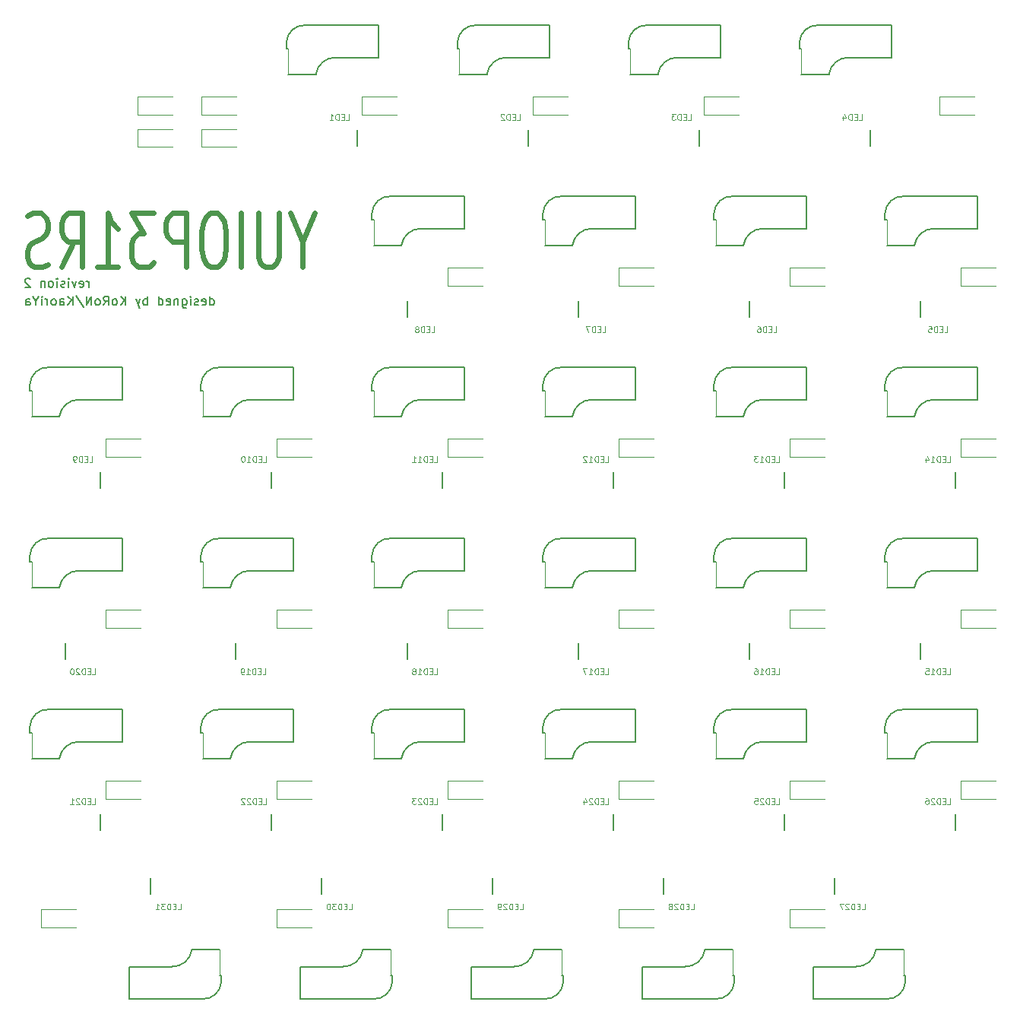
<source format=gbr>
%TF.GenerationSoftware,KiCad,Pcbnew,(5.1.9)-1*%
%TF.CreationDate,2021-05-29T17:03:01+09:00*%
%TF.ProjectId,yuiop31rs-r2,7975696f-7033-4317-9273-2d72322e6b69,1*%
%TF.SameCoordinates,Original*%
%TF.FileFunction,Legend,Bot*%
%TF.FilePolarity,Positive*%
%FSLAX46Y46*%
G04 Gerber Fmt 4.6, Leading zero omitted, Abs format (unit mm)*
G04 Created by KiCad (PCBNEW (5.1.9)-1) date 2021-05-29 17:03:01*
%MOMM*%
%LPD*%
G01*
G04 APERTURE LIST*
%ADD10C,0.150000*%
%ADD11C,0.600000*%
%ADD12C,0.120000*%
%ADD13C,0.100000*%
G04 APERTURE END LIST*
D10*
X103023809Y-74952380D02*
X103023809Y-74285714D01*
X103023809Y-74476190D02*
X102976190Y-74380952D01*
X102928571Y-74333333D01*
X102833333Y-74285714D01*
X102738095Y-74285714D01*
X102023809Y-74904761D02*
X102119047Y-74952380D01*
X102309523Y-74952380D01*
X102404761Y-74904761D01*
X102452380Y-74809523D01*
X102452380Y-74428571D01*
X102404761Y-74333333D01*
X102309523Y-74285714D01*
X102119047Y-74285714D01*
X102023809Y-74333333D01*
X101976190Y-74428571D01*
X101976190Y-74523809D01*
X102452380Y-74619047D01*
X101642857Y-74285714D02*
X101404761Y-74952380D01*
X101166666Y-74285714D01*
X100785714Y-74952380D02*
X100785714Y-74285714D01*
X100785714Y-73952380D02*
X100833333Y-74000000D01*
X100785714Y-74047619D01*
X100738095Y-74000000D01*
X100785714Y-73952380D01*
X100785714Y-74047619D01*
X100357142Y-74904761D02*
X100261904Y-74952380D01*
X100071428Y-74952380D01*
X99976190Y-74904761D01*
X99928571Y-74809523D01*
X99928571Y-74761904D01*
X99976190Y-74666666D01*
X100071428Y-74619047D01*
X100214285Y-74619047D01*
X100309523Y-74571428D01*
X100357142Y-74476190D01*
X100357142Y-74428571D01*
X100309523Y-74333333D01*
X100214285Y-74285714D01*
X100071428Y-74285714D01*
X99976190Y-74333333D01*
X99500000Y-74952380D02*
X99500000Y-74285714D01*
X99500000Y-73952380D02*
X99547619Y-74000000D01*
X99500000Y-74047619D01*
X99452380Y-74000000D01*
X99500000Y-73952380D01*
X99500000Y-74047619D01*
X98880952Y-74952380D02*
X98976190Y-74904761D01*
X99023809Y-74857142D01*
X99071428Y-74761904D01*
X99071428Y-74476190D01*
X99023809Y-74380952D01*
X98976190Y-74333333D01*
X98880952Y-74285714D01*
X98738095Y-74285714D01*
X98642857Y-74333333D01*
X98595238Y-74380952D01*
X98547619Y-74476190D01*
X98547619Y-74761904D01*
X98595238Y-74857142D01*
X98642857Y-74904761D01*
X98738095Y-74952380D01*
X98880952Y-74952380D01*
X98119047Y-74285714D02*
X98119047Y-74952380D01*
X98119047Y-74380952D02*
X98071428Y-74333333D01*
X97976190Y-74285714D01*
X97833333Y-74285714D01*
X97738095Y-74333333D01*
X97690476Y-74428571D01*
X97690476Y-74952380D01*
X96500000Y-74047619D02*
X96452380Y-74000000D01*
X96357142Y-73952380D01*
X96119047Y-73952380D01*
X96023809Y-74000000D01*
X95976190Y-74047619D01*
X95928571Y-74142857D01*
X95928571Y-74238095D01*
X95976190Y-74380952D01*
X96547619Y-74952380D01*
X95928571Y-74952380D01*
X116523809Y-76952380D02*
X116523809Y-75952380D01*
X116523809Y-76904761D02*
X116619047Y-76952380D01*
X116809523Y-76952380D01*
X116904761Y-76904761D01*
X116952380Y-76857142D01*
X117000000Y-76761904D01*
X117000000Y-76476190D01*
X116952380Y-76380952D01*
X116904761Y-76333333D01*
X116809523Y-76285714D01*
X116619047Y-76285714D01*
X116523809Y-76333333D01*
X115666666Y-76904761D02*
X115761904Y-76952380D01*
X115952380Y-76952380D01*
X116047619Y-76904761D01*
X116095238Y-76809523D01*
X116095238Y-76428571D01*
X116047619Y-76333333D01*
X115952380Y-76285714D01*
X115761904Y-76285714D01*
X115666666Y-76333333D01*
X115619047Y-76428571D01*
X115619047Y-76523809D01*
X116095238Y-76619047D01*
X115238095Y-76904761D02*
X115142857Y-76952380D01*
X114952380Y-76952380D01*
X114857142Y-76904761D01*
X114809523Y-76809523D01*
X114809523Y-76761904D01*
X114857142Y-76666666D01*
X114952380Y-76619047D01*
X115095238Y-76619047D01*
X115190476Y-76571428D01*
X115238095Y-76476190D01*
X115238095Y-76428571D01*
X115190476Y-76333333D01*
X115095238Y-76285714D01*
X114952380Y-76285714D01*
X114857142Y-76333333D01*
X114380952Y-76952380D02*
X114380952Y-76285714D01*
X114380952Y-75952380D02*
X114428571Y-76000000D01*
X114380952Y-76047619D01*
X114333333Y-76000000D01*
X114380952Y-75952380D01*
X114380952Y-76047619D01*
X113476190Y-76285714D02*
X113476190Y-77095238D01*
X113523809Y-77190476D01*
X113571428Y-77238095D01*
X113666666Y-77285714D01*
X113809523Y-77285714D01*
X113904761Y-77238095D01*
X113476190Y-76904761D02*
X113571428Y-76952380D01*
X113761904Y-76952380D01*
X113857142Y-76904761D01*
X113904761Y-76857142D01*
X113952380Y-76761904D01*
X113952380Y-76476190D01*
X113904761Y-76380952D01*
X113857142Y-76333333D01*
X113761904Y-76285714D01*
X113571428Y-76285714D01*
X113476190Y-76333333D01*
X113000000Y-76285714D02*
X113000000Y-76952380D01*
X113000000Y-76380952D02*
X112952380Y-76333333D01*
X112857142Y-76285714D01*
X112714285Y-76285714D01*
X112619047Y-76333333D01*
X112571428Y-76428571D01*
X112571428Y-76952380D01*
X111714285Y-76904761D02*
X111809523Y-76952380D01*
X112000000Y-76952380D01*
X112095238Y-76904761D01*
X112142857Y-76809523D01*
X112142857Y-76428571D01*
X112095238Y-76333333D01*
X112000000Y-76285714D01*
X111809523Y-76285714D01*
X111714285Y-76333333D01*
X111666666Y-76428571D01*
X111666666Y-76523809D01*
X112142857Y-76619047D01*
X110809523Y-76952380D02*
X110809523Y-75952380D01*
X110809523Y-76904761D02*
X110904761Y-76952380D01*
X111095238Y-76952380D01*
X111190476Y-76904761D01*
X111238095Y-76857142D01*
X111285714Y-76761904D01*
X111285714Y-76476190D01*
X111238095Y-76380952D01*
X111190476Y-76333333D01*
X111095238Y-76285714D01*
X110904761Y-76285714D01*
X110809523Y-76333333D01*
X109571428Y-76952380D02*
X109571428Y-75952380D01*
X109571428Y-76333333D02*
X109476190Y-76285714D01*
X109285714Y-76285714D01*
X109190476Y-76333333D01*
X109142857Y-76380952D01*
X109095238Y-76476190D01*
X109095238Y-76761904D01*
X109142857Y-76857142D01*
X109190476Y-76904761D01*
X109285714Y-76952380D01*
X109476190Y-76952380D01*
X109571428Y-76904761D01*
X108761904Y-76285714D02*
X108523809Y-76952380D01*
X108285714Y-76285714D02*
X108523809Y-76952380D01*
X108619047Y-77190476D01*
X108666666Y-77238095D01*
X108761904Y-77285714D01*
X107142857Y-76952380D02*
X107142857Y-75952380D01*
X106571428Y-76952380D02*
X107000000Y-76380952D01*
X106571428Y-75952380D02*
X107142857Y-76523809D01*
X106000000Y-76952380D02*
X106095238Y-76904761D01*
X106142857Y-76857142D01*
X106190476Y-76761904D01*
X106190476Y-76476190D01*
X106142857Y-76380952D01*
X106095238Y-76333333D01*
X106000000Y-76285714D01*
X105857142Y-76285714D01*
X105761904Y-76333333D01*
X105714285Y-76380952D01*
X105666666Y-76476190D01*
X105666666Y-76761904D01*
X105714285Y-76857142D01*
X105761904Y-76904761D01*
X105857142Y-76952380D01*
X106000000Y-76952380D01*
X104666666Y-76952380D02*
X105000000Y-76476190D01*
X105238095Y-76952380D02*
X105238095Y-75952380D01*
X104857142Y-75952380D01*
X104761904Y-76000000D01*
X104714285Y-76047619D01*
X104666666Y-76142857D01*
X104666666Y-76285714D01*
X104714285Y-76380952D01*
X104761904Y-76428571D01*
X104857142Y-76476190D01*
X105238095Y-76476190D01*
X104095238Y-76952380D02*
X104190476Y-76904761D01*
X104238095Y-76857142D01*
X104285714Y-76761904D01*
X104285714Y-76476190D01*
X104238095Y-76380952D01*
X104190476Y-76333333D01*
X104095238Y-76285714D01*
X103952380Y-76285714D01*
X103857142Y-76333333D01*
X103809523Y-76380952D01*
X103761904Y-76476190D01*
X103761904Y-76761904D01*
X103809523Y-76857142D01*
X103857142Y-76904761D01*
X103952380Y-76952380D01*
X104095238Y-76952380D01*
X103333333Y-76952380D02*
X103333333Y-75952380D01*
X102761904Y-76952380D01*
X102761904Y-75952380D01*
X101571428Y-75904761D02*
X102428571Y-77190476D01*
X101238095Y-76952380D02*
X101238095Y-75952380D01*
X100666666Y-76952380D02*
X101095238Y-76380952D01*
X100666666Y-75952380D02*
X101238095Y-76523809D01*
X99809523Y-76952380D02*
X99809523Y-76428571D01*
X99857142Y-76333333D01*
X99952380Y-76285714D01*
X100142857Y-76285714D01*
X100238095Y-76333333D01*
X99809523Y-76904761D02*
X99904761Y-76952380D01*
X100142857Y-76952380D01*
X100238095Y-76904761D01*
X100285714Y-76809523D01*
X100285714Y-76714285D01*
X100238095Y-76619047D01*
X100142857Y-76571428D01*
X99904761Y-76571428D01*
X99809523Y-76523809D01*
X99190476Y-76952380D02*
X99285714Y-76904761D01*
X99333333Y-76857142D01*
X99380952Y-76761904D01*
X99380952Y-76476190D01*
X99333333Y-76380952D01*
X99285714Y-76333333D01*
X99190476Y-76285714D01*
X99047619Y-76285714D01*
X98952380Y-76333333D01*
X98904761Y-76380952D01*
X98857142Y-76476190D01*
X98857142Y-76761904D01*
X98904761Y-76857142D01*
X98952380Y-76904761D01*
X99047619Y-76952380D01*
X99190476Y-76952380D01*
X98428571Y-76952380D02*
X98428571Y-76285714D01*
X98428571Y-76476190D02*
X98380952Y-76380952D01*
X98333333Y-76333333D01*
X98238095Y-76285714D01*
X98142857Y-76285714D01*
X97809523Y-76952380D02*
X97809523Y-76285714D01*
X97809523Y-75952380D02*
X97857142Y-76000000D01*
X97809523Y-76047619D01*
X97761904Y-76000000D01*
X97809523Y-75952380D01*
X97809523Y-76047619D01*
X97142857Y-76476190D02*
X97142857Y-76952380D01*
X97476190Y-75952380D02*
X97142857Y-76476190D01*
X96809523Y-75952380D01*
X96047619Y-76952380D02*
X96047619Y-76428571D01*
X96095238Y-76333333D01*
X96190476Y-76285714D01*
X96380952Y-76285714D01*
X96476190Y-76333333D01*
X96047619Y-76904761D02*
X96142857Y-76952380D01*
X96380952Y-76952380D01*
X96476190Y-76904761D01*
X96523809Y-76809523D01*
X96523809Y-76714285D01*
X96476190Y-76619047D01*
X96380952Y-76571428D01*
X96142857Y-76571428D01*
X96047619Y-76523809D01*
D11*
X126857142Y-69857142D02*
X126857142Y-72714285D01*
X128190476Y-66714285D02*
X126857142Y-69857142D01*
X125523809Y-66714285D01*
X124190476Y-66714285D02*
X124190476Y-71571428D01*
X124000000Y-72142857D01*
X123809523Y-72428571D01*
X123428571Y-72714285D01*
X122666666Y-72714285D01*
X122285714Y-72428571D01*
X122095238Y-72142857D01*
X121904761Y-71571428D01*
X121904761Y-66714285D01*
X120000000Y-72714285D02*
X120000000Y-66714285D01*
X117333333Y-66714285D02*
X116571428Y-66714285D01*
X116190476Y-67000000D01*
X115809523Y-67571428D01*
X115619047Y-68714285D01*
X115619047Y-70714285D01*
X115809523Y-71857142D01*
X116190476Y-72428571D01*
X116571428Y-72714285D01*
X117333333Y-72714285D01*
X117714285Y-72428571D01*
X118095238Y-71857142D01*
X118285714Y-70714285D01*
X118285714Y-68714285D01*
X118095238Y-67571428D01*
X117714285Y-67000000D01*
X117333333Y-66714285D01*
X113904761Y-72714285D02*
X113904761Y-66714285D01*
X112380952Y-66714285D01*
X112000000Y-67000000D01*
X111809523Y-67285714D01*
X111619047Y-67857142D01*
X111619047Y-68714285D01*
X111809523Y-69285714D01*
X112000000Y-69571428D01*
X112380952Y-69857142D01*
X113904761Y-69857142D01*
X110285714Y-66714285D02*
X107809523Y-66714285D01*
X109142857Y-69000000D01*
X108571428Y-69000000D01*
X108190476Y-69285714D01*
X108000000Y-69571428D01*
X107809523Y-70142857D01*
X107809523Y-71571428D01*
X108000000Y-72142857D01*
X108190476Y-72428571D01*
X108571428Y-72714285D01*
X109714285Y-72714285D01*
X110095238Y-72428571D01*
X110285714Y-72142857D01*
X104000000Y-72714285D02*
X106285714Y-72714285D01*
X105142857Y-72714285D02*
X105142857Y-66714285D01*
X105523809Y-67571428D01*
X105904761Y-68142857D01*
X106285714Y-68428571D01*
X100000000Y-72714285D02*
X101333333Y-69857142D01*
X102285714Y-72714285D02*
X102285714Y-66714285D01*
X100761904Y-66714285D01*
X100380952Y-67000000D01*
X100190476Y-67285714D01*
X100000000Y-67857142D01*
X100000000Y-68714285D01*
X100190476Y-69285714D01*
X100380952Y-69571428D01*
X100761904Y-69857142D01*
X102285714Y-69857142D01*
X98476190Y-72428571D02*
X97904761Y-72714285D01*
X96952380Y-72714285D01*
X96571428Y-72428571D01*
X96380952Y-72142857D01*
X96190476Y-71571428D01*
X96190476Y-71000000D01*
X96380952Y-70428571D01*
X96571428Y-70142857D01*
X96952380Y-69857142D01*
X97714285Y-69571428D01*
X98095238Y-69285714D01*
X98285714Y-69000000D01*
X98476190Y-68428571D01*
X98476190Y-67857142D01*
X98285714Y-67285714D01*
X98095238Y-67000000D01*
X97714285Y-66714285D01*
X96761904Y-66714285D01*
X96190476Y-67000000D01*
D10*
%TO.C,LED9*%
X104325000Y-97328100D02*
X104325000Y-95528100D01*
%TO.C,LED31*%
X109950000Y-140772000D02*
X109950000Y-142572000D01*
%TO.C,LED30*%
X129000000Y-140772000D02*
X129000000Y-142572000D01*
%TO.C,LED29*%
X148050000Y-140772000D02*
X148050000Y-142572000D01*
%TO.C,LED28*%
X167100000Y-140772000D02*
X167100000Y-142572000D01*
%TO.C,LED27*%
X186150000Y-140772000D02*
X186150000Y-142572000D01*
%TO.C,LED26*%
X199575000Y-135428000D02*
X199575000Y-133628000D01*
%TO.C,LED25*%
X180525000Y-135428000D02*
X180525000Y-133628000D01*
%TO.C,LED24*%
X161475000Y-135428000D02*
X161475000Y-133628000D01*
%TO.C,LED23*%
X142425000Y-135428000D02*
X142425000Y-133628000D01*
%TO.C,LED22*%
X123375000Y-135428000D02*
X123375000Y-133628000D01*
%TO.C,LED21*%
X104325000Y-135428000D02*
X104325000Y-133628000D01*
%TO.C,LED20*%
X100425000Y-114578000D02*
X100425000Y-116378000D01*
%TO.C,LED19*%
X119419000Y-114578000D02*
X119419000Y-116378000D01*
%TO.C,LED18*%
X138525000Y-114578000D02*
X138525000Y-116378000D01*
%TO.C,LED17*%
X157575000Y-114578000D02*
X157575000Y-116378000D01*
%TO.C,LED16*%
X176625000Y-114578000D02*
X176625000Y-116378000D01*
%TO.C,LED15*%
X195675000Y-114578000D02*
X195675000Y-116378000D01*
%TO.C,LED14*%
X199575000Y-97328100D02*
X199575000Y-95528100D01*
%TO.C,LED13*%
X180525000Y-97328100D02*
X180525000Y-95528100D01*
%TO.C,LED12*%
X161475000Y-97328100D02*
X161475000Y-95528100D01*
%TO.C,LED11*%
X142425000Y-97328100D02*
X142425000Y-95528100D01*
%TO.C,LED10*%
X123375000Y-97328100D02*
X123375000Y-95528100D01*
%TO.C,LED8*%
X138525000Y-76478000D02*
X138525000Y-78278000D01*
%TO.C,LED7*%
X157575000Y-76478000D02*
X157575000Y-78278000D01*
%TO.C,LED6*%
X176625000Y-76478000D02*
X176625000Y-78278000D01*
%TO.C,LED5*%
X195675000Y-76478000D02*
X195675000Y-78278000D01*
%TO.C,LED4*%
X190050000Y-59227900D02*
X190050000Y-57427900D01*
%TO.C,LED3*%
X171000000Y-59227900D02*
X171000000Y-57427900D01*
%TO.C,LED2*%
X151950000Y-59227900D02*
X151950000Y-57427900D01*
%TO.C,LED1*%
X132900000Y-59227900D02*
X132900000Y-57427900D01*
D12*
%TO.C,SW31*%
X193800000Y-151575000D02*
X193800000Y-148725000D01*
D10*
X188500000Y-150625000D02*
X183700000Y-150625000D01*
X193800000Y-148725000D02*
X190720000Y-148725000D01*
X183700000Y-154225000D02*
X191900001Y-154225000D01*
X194000000Y-152325000D02*
X194000000Y-151575000D01*
X183700000Y-150625000D02*
X183700000Y-154225000D01*
X194000000Y-151575000D02*
X193800000Y-151575000D01*
X190716318Y-148746471D02*
G75*
G02*
X188500000Y-150625000I-2151318J291471D01*
G01*
X194000000Y-152324999D02*
G75*
G02*
X191900001Y-154225000I-2000000J99999D01*
G01*
D12*
%TO.C,SW30*%
X174750000Y-151575000D02*
X174750000Y-148725000D01*
D10*
X169450000Y-150625000D02*
X164650000Y-150625000D01*
X174750000Y-148725000D02*
X171670000Y-148725000D01*
X164650000Y-154225000D02*
X172850001Y-154225000D01*
X174950000Y-152325000D02*
X174950000Y-151575000D01*
X164650000Y-150625000D02*
X164650000Y-154225000D01*
X174950000Y-151575000D02*
X174750000Y-151575000D01*
X171666318Y-148746471D02*
G75*
G02*
X169450000Y-150625000I-2151318J291471D01*
G01*
X174950000Y-152324999D02*
G75*
G02*
X172850001Y-154225000I-2000000J99999D01*
G01*
D12*
%TO.C,SW29*%
X155700000Y-151575000D02*
X155700000Y-148725000D01*
D10*
X150400000Y-150625000D02*
X145600000Y-150625000D01*
X155700000Y-148725000D02*
X152620000Y-148725000D01*
X145600000Y-154225000D02*
X153800001Y-154225000D01*
X155900000Y-152325000D02*
X155900000Y-151575000D01*
X145600000Y-150625000D02*
X145600000Y-154225000D01*
X155900000Y-151575000D02*
X155700000Y-151575000D01*
X152616318Y-148746471D02*
G75*
G02*
X150400000Y-150625000I-2151318J291471D01*
G01*
X155900000Y-152324999D02*
G75*
G02*
X153800001Y-154225000I-2000000J99999D01*
G01*
D12*
%TO.C,SW28*%
X136650000Y-151575000D02*
X136650000Y-148725000D01*
D10*
X131350000Y-150625000D02*
X126550000Y-150625000D01*
X136650000Y-148725000D02*
X133570000Y-148725000D01*
X126550000Y-154225000D02*
X134750001Y-154225000D01*
X136850000Y-152325000D02*
X136850000Y-151575000D01*
X126550000Y-150625000D02*
X126550000Y-154225000D01*
X136850000Y-151575000D02*
X136650000Y-151575000D01*
X133566318Y-148746471D02*
G75*
G02*
X131350000Y-150625000I-2151318J291471D01*
G01*
X136850000Y-152324999D02*
G75*
G02*
X134750001Y-154225000I-2000000J99999D01*
G01*
D12*
%TO.C,SW27*%
X117600000Y-151575000D02*
X117600000Y-148725000D01*
D10*
X112300000Y-150625000D02*
X107500000Y-150625000D01*
X117600000Y-148725000D02*
X114520000Y-148725000D01*
X107500000Y-154225000D02*
X115700001Y-154225000D01*
X117800000Y-152325000D02*
X117800000Y-151575000D01*
X107500000Y-150625000D02*
X107500000Y-154225000D01*
X117800000Y-151575000D02*
X117600000Y-151575000D01*
X114516318Y-148746471D02*
G75*
G02*
X112300000Y-150625000I-2151318J291471D01*
G01*
X117800000Y-152324999D02*
G75*
G02*
X115700001Y-154225000I-2000000J99999D01*
G01*
D12*
%TO.C,SW26*%
X191925000Y-124625000D02*
X191925000Y-127475000D01*
D10*
X197225000Y-125575000D02*
X202025000Y-125575000D01*
X191925000Y-127475000D02*
X195005000Y-127475000D01*
X202025000Y-121975000D02*
X193824999Y-121975000D01*
X191725000Y-123875000D02*
X191725000Y-124625000D01*
X202025000Y-125575000D02*
X202025000Y-121975000D01*
X191725000Y-124625000D02*
X191925000Y-124625000D01*
X195008682Y-127453529D02*
G75*
G02*
X197225000Y-125575000I2151318J-291471D01*
G01*
X191725000Y-123875001D02*
G75*
G02*
X193824999Y-121975000I2000000J-99999D01*
G01*
D12*
%TO.C,SW25*%
X172875000Y-124625000D02*
X172875000Y-127475000D01*
D10*
X178175000Y-125575000D02*
X182975000Y-125575000D01*
X172875000Y-127475000D02*
X175955000Y-127475000D01*
X182975000Y-121975000D02*
X174774999Y-121975000D01*
X172675000Y-123875000D02*
X172675000Y-124625000D01*
X182975000Y-125575000D02*
X182975000Y-121975000D01*
X172675000Y-124625000D02*
X172875000Y-124625000D01*
X175958682Y-127453529D02*
G75*
G02*
X178175000Y-125575000I2151318J-291471D01*
G01*
X172675000Y-123875001D02*
G75*
G02*
X174774999Y-121975000I2000000J-99999D01*
G01*
D12*
%TO.C,SW24*%
X153825000Y-124625000D02*
X153825000Y-127475000D01*
D10*
X159125000Y-125575000D02*
X163925000Y-125575000D01*
X153825000Y-127475000D02*
X156905000Y-127475000D01*
X163925000Y-121975000D02*
X155724999Y-121975000D01*
X153625000Y-123875000D02*
X153625000Y-124625000D01*
X163925000Y-125575000D02*
X163925000Y-121975000D01*
X153625000Y-124625000D02*
X153825000Y-124625000D01*
X156908682Y-127453529D02*
G75*
G02*
X159125000Y-125575000I2151318J-291471D01*
G01*
X153625000Y-123875001D02*
G75*
G02*
X155724999Y-121975000I2000000J-99999D01*
G01*
D12*
%TO.C,SW23*%
X134775000Y-124625000D02*
X134775000Y-127475000D01*
D10*
X140075000Y-125575000D02*
X144875000Y-125575000D01*
X134775000Y-127475000D02*
X137855000Y-127475000D01*
X144875000Y-121975000D02*
X136674999Y-121975000D01*
X134575000Y-123875000D02*
X134575000Y-124625000D01*
X144875000Y-125575000D02*
X144875000Y-121975000D01*
X134575000Y-124625000D02*
X134775000Y-124625000D01*
X137858682Y-127453529D02*
G75*
G02*
X140075000Y-125575000I2151318J-291471D01*
G01*
X134575000Y-123875001D02*
G75*
G02*
X136674999Y-121975000I2000000J-99999D01*
G01*
D12*
%TO.C,SW22*%
X115725000Y-124625000D02*
X115725000Y-127475000D01*
D10*
X121025000Y-125575000D02*
X125825000Y-125575000D01*
X115725000Y-127475000D02*
X118805000Y-127475000D01*
X125825000Y-121975000D02*
X117624999Y-121975000D01*
X115525000Y-123875000D02*
X115525000Y-124625000D01*
X125825000Y-125575000D02*
X125825000Y-121975000D01*
X115525000Y-124625000D02*
X115725000Y-124625000D01*
X118808682Y-127453529D02*
G75*
G02*
X121025000Y-125575000I2151318J-291471D01*
G01*
X115525000Y-123875001D02*
G75*
G02*
X117624999Y-121975000I2000000J-99999D01*
G01*
D12*
%TO.C,SW21*%
X96675000Y-124625000D02*
X96675000Y-127475000D01*
D10*
X101975000Y-125575000D02*
X106775000Y-125575000D01*
X96675000Y-127475000D02*
X99755000Y-127475000D01*
X106775000Y-121975000D02*
X98574999Y-121975000D01*
X96475000Y-123875000D02*
X96475000Y-124625000D01*
X106775000Y-125575000D02*
X106775000Y-121975000D01*
X96475000Y-124625000D02*
X96675000Y-124625000D01*
X99758682Y-127453529D02*
G75*
G02*
X101975000Y-125575000I2151318J-291471D01*
G01*
X96475000Y-123875001D02*
G75*
G02*
X98574999Y-121975000I2000000J-99999D01*
G01*
D12*
%TO.C,SW20*%
X191925000Y-105575000D02*
X191925000Y-108425000D01*
D10*
X197225000Y-106525000D02*
X202025000Y-106525000D01*
X191925000Y-108425000D02*
X195005000Y-108425000D01*
X202025000Y-102925000D02*
X193824999Y-102925000D01*
X191725000Y-104825000D02*
X191725000Y-105575000D01*
X202025000Y-106525000D02*
X202025000Y-102925000D01*
X191725000Y-105575000D02*
X191925000Y-105575000D01*
X195008682Y-108403529D02*
G75*
G02*
X197225000Y-106525000I2151318J-291471D01*
G01*
X191725000Y-104825001D02*
G75*
G02*
X193824999Y-102925000I2000000J-99999D01*
G01*
D12*
%TO.C,SW19*%
X172875000Y-105575000D02*
X172875000Y-108425000D01*
D10*
X178175000Y-106525000D02*
X182975000Y-106525000D01*
X172875000Y-108425000D02*
X175955000Y-108425000D01*
X182975000Y-102925000D02*
X174774999Y-102925000D01*
X172675000Y-104825000D02*
X172675000Y-105575000D01*
X182975000Y-106525000D02*
X182975000Y-102925000D01*
X172675000Y-105575000D02*
X172875000Y-105575000D01*
X175958682Y-108403529D02*
G75*
G02*
X178175000Y-106525000I2151318J-291471D01*
G01*
X172675000Y-104825001D02*
G75*
G02*
X174774999Y-102925000I2000000J-99999D01*
G01*
D12*
%TO.C,SW18*%
X153825000Y-105575000D02*
X153825000Y-108425000D01*
D10*
X159125000Y-106525000D02*
X163925000Y-106525000D01*
X153825000Y-108425000D02*
X156905000Y-108425000D01*
X163925000Y-102925000D02*
X155724999Y-102925000D01*
X153625000Y-104825000D02*
X153625000Y-105575000D01*
X163925000Y-106525000D02*
X163925000Y-102925000D01*
X153625000Y-105575000D02*
X153825000Y-105575000D01*
X156908682Y-108403529D02*
G75*
G02*
X159125000Y-106525000I2151318J-291471D01*
G01*
X153625000Y-104825001D02*
G75*
G02*
X155724999Y-102925000I2000000J-99999D01*
G01*
D12*
%TO.C,SW17*%
X134775000Y-105575000D02*
X134775000Y-108425000D01*
D10*
X140075000Y-106525000D02*
X144875000Y-106525000D01*
X134775000Y-108425000D02*
X137855000Y-108425000D01*
X144875000Y-102925000D02*
X136674999Y-102925000D01*
X134575000Y-104825000D02*
X134575000Y-105575000D01*
X144875000Y-106525000D02*
X144875000Y-102925000D01*
X134575000Y-105575000D02*
X134775000Y-105575000D01*
X137858682Y-108403529D02*
G75*
G02*
X140075000Y-106525000I2151318J-291471D01*
G01*
X134575000Y-104825001D02*
G75*
G02*
X136674999Y-102925000I2000000J-99999D01*
G01*
D12*
%TO.C,SW16*%
X115725000Y-105575000D02*
X115725000Y-108425000D01*
D10*
X121025000Y-106525000D02*
X125825000Y-106525000D01*
X115725000Y-108425000D02*
X118805000Y-108425000D01*
X125825000Y-102925000D02*
X117624999Y-102925000D01*
X115525000Y-104825000D02*
X115525000Y-105575000D01*
X125825000Y-106525000D02*
X125825000Y-102925000D01*
X115525000Y-105575000D02*
X115725000Y-105575000D01*
X118808682Y-108403529D02*
G75*
G02*
X121025000Y-106525000I2151318J-291471D01*
G01*
X115525000Y-104825001D02*
G75*
G02*
X117624999Y-102925000I2000000J-99999D01*
G01*
D12*
%TO.C,SW15*%
X96675000Y-105575000D02*
X96675000Y-108425000D01*
D10*
X101975000Y-106525000D02*
X106775000Y-106525000D01*
X96675000Y-108425000D02*
X99755000Y-108425000D01*
X106775000Y-102925000D02*
X98574999Y-102925000D01*
X96475000Y-104825000D02*
X96475000Y-105575000D01*
X106775000Y-106525000D02*
X106775000Y-102925000D01*
X96475000Y-105575000D02*
X96675000Y-105575000D01*
X99758682Y-108403529D02*
G75*
G02*
X101975000Y-106525000I2151318J-291471D01*
G01*
X96475000Y-104825001D02*
G75*
G02*
X98574999Y-102925000I2000000J-99999D01*
G01*
D12*
%TO.C,SW14*%
X191925000Y-86525000D02*
X191925000Y-89375000D01*
D10*
X197225000Y-87475000D02*
X202025000Y-87475000D01*
X191925000Y-89375000D02*
X195005000Y-89375000D01*
X202025000Y-83875000D02*
X193824999Y-83875000D01*
X191725000Y-85775000D02*
X191725000Y-86525000D01*
X202025000Y-87475000D02*
X202025000Y-83875000D01*
X191725000Y-86525000D02*
X191925000Y-86525000D01*
X195008682Y-89353529D02*
G75*
G02*
X197225000Y-87475000I2151318J-291471D01*
G01*
X191725000Y-85775001D02*
G75*
G02*
X193824999Y-83875000I2000000J-99999D01*
G01*
D12*
%TO.C,SW13*%
X172875000Y-86525000D02*
X172875000Y-89375000D01*
D10*
X178175000Y-87475000D02*
X182975000Y-87475000D01*
X172875000Y-89375000D02*
X175955000Y-89375000D01*
X182975000Y-83875000D02*
X174774999Y-83875000D01*
X172675000Y-85775000D02*
X172675000Y-86525000D01*
X182975000Y-87475000D02*
X182975000Y-83875000D01*
X172675000Y-86525000D02*
X172875000Y-86525000D01*
X175958682Y-89353529D02*
G75*
G02*
X178175000Y-87475000I2151318J-291471D01*
G01*
X172675000Y-85775001D02*
G75*
G02*
X174774999Y-83875000I2000000J-99999D01*
G01*
D12*
%TO.C,SW12*%
X153825000Y-86525000D02*
X153825000Y-89375000D01*
D10*
X159125000Y-87475000D02*
X163925000Y-87475000D01*
X153825000Y-89375000D02*
X156905000Y-89375000D01*
X163925000Y-83875000D02*
X155724999Y-83875000D01*
X153625000Y-85775000D02*
X153625000Y-86525000D01*
X163925000Y-87475000D02*
X163925000Y-83875000D01*
X153625000Y-86525000D02*
X153825000Y-86525000D01*
X156908682Y-89353529D02*
G75*
G02*
X159125000Y-87475000I2151318J-291471D01*
G01*
X153625000Y-85775001D02*
G75*
G02*
X155724999Y-83875000I2000000J-99999D01*
G01*
D12*
%TO.C,SW11*%
X134775000Y-86525000D02*
X134775000Y-89375000D01*
D10*
X140075000Y-87475000D02*
X144875000Y-87475000D01*
X134775000Y-89375000D02*
X137855000Y-89375000D01*
X144875000Y-83875000D02*
X136674999Y-83875000D01*
X134575000Y-85775000D02*
X134575000Y-86525000D01*
X144875000Y-87475000D02*
X144875000Y-83875000D01*
X134575000Y-86525000D02*
X134775000Y-86525000D01*
X137858682Y-89353529D02*
G75*
G02*
X140075000Y-87475000I2151318J-291471D01*
G01*
X134575000Y-85775001D02*
G75*
G02*
X136674999Y-83875000I2000000J-99999D01*
G01*
D12*
%TO.C,SW10*%
X115725000Y-86525000D02*
X115725000Y-89375000D01*
D10*
X121025000Y-87475000D02*
X125825000Y-87475000D01*
X115725000Y-89375000D02*
X118805000Y-89375000D01*
X125825000Y-83875000D02*
X117624999Y-83875000D01*
X115525000Y-85775000D02*
X115525000Y-86525000D01*
X125825000Y-87475000D02*
X125825000Y-83875000D01*
X115525000Y-86525000D02*
X115725000Y-86525000D01*
X118808682Y-89353529D02*
G75*
G02*
X121025000Y-87475000I2151318J-291471D01*
G01*
X115525000Y-85775001D02*
G75*
G02*
X117624999Y-83875000I2000000J-99999D01*
G01*
D12*
%TO.C,SW9*%
X96675000Y-86525000D02*
X96675000Y-89375000D01*
D10*
X101975000Y-87475000D02*
X106775000Y-87475000D01*
X96675000Y-89375000D02*
X99755000Y-89375000D01*
X106775000Y-83875000D02*
X98574999Y-83875000D01*
X96475000Y-85775000D02*
X96475000Y-86525000D01*
X106775000Y-87475000D02*
X106775000Y-83875000D01*
X96475000Y-86525000D02*
X96675000Y-86525000D01*
X99758682Y-89353529D02*
G75*
G02*
X101975000Y-87475000I2151318J-291471D01*
G01*
X96475000Y-85775001D02*
G75*
G02*
X98574999Y-83875000I2000000J-99999D01*
G01*
D12*
%TO.C,SW8*%
X191925000Y-67474900D02*
X191925000Y-70324900D01*
D10*
X197225000Y-68424900D02*
X202025000Y-68424900D01*
X191925000Y-70324900D02*
X195005000Y-70324900D01*
X202025000Y-64824900D02*
X193824999Y-64824900D01*
X191725000Y-66724900D02*
X191725000Y-67474900D01*
X202025000Y-68424900D02*
X202025000Y-64824900D01*
X191725000Y-67474900D02*
X191925000Y-67474900D01*
X195008682Y-70303429D02*
G75*
G02*
X197225000Y-68424900I2151318J-291471D01*
G01*
X191725000Y-66724901D02*
G75*
G02*
X193824999Y-64824900I2000000J-99999D01*
G01*
D12*
%TO.C,SW7*%
X172875000Y-67474900D02*
X172875000Y-70324900D01*
D10*
X178175000Y-68424900D02*
X182975000Y-68424900D01*
X172875000Y-70324900D02*
X175955000Y-70324900D01*
X182975000Y-64824900D02*
X174774999Y-64824900D01*
X172675000Y-66724900D02*
X172675000Y-67474900D01*
X182975000Y-68424900D02*
X182975000Y-64824900D01*
X172675000Y-67474900D02*
X172875000Y-67474900D01*
X175958682Y-70303429D02*
G75*
G02*
X178175000Y-68424900I2151318J-291471D01*
G01*
X172675000Y-66724901D02*
G75*
G02*
X174774999Y-64824900I2000000J-99999D01*
G01*
D12*
%TO.C,SW6*%
X153825000Y-67474900D02*
X153825000Y-70324900D01*
D10*
X159125000Y-68424900D02*
X163925000Y-68424900D01*
X153825000Y-70324900D02*
X156905000Y-70324900D01*
X163925000Y-64824900D02*
X155724999Y-64824900D01*
X153625000Y-66724900D02*
X153625000Y-67474900D01*
X163925000Y-68424900D02*
X163925000Y-64824900D01*
X153625000Y-67474900D02*
X153825000Y-67474900D01*
X156908682Y-70303429D02*
G75*
G02*
X159125000Y-68424900I2151318J-291471D01*
G01*
X153625000Y-66724901D02*
G75*
G02*
X155724999Y-64824900I2000000J-99999D01*
G01*
D12*
%TO.C,SW5*%
X134775000Y-67474900D02*
X134775000Y-70324900D01*
D10*
X140075000Y-68424900D02*
X144875000Y-68424900D01*
X134775000Y-70324900D02*
X137855000Y-70324900D01*
X144875000Y-64824900D02*
X136674999Y-64824900D01*
X134575000Y-66724900D02*
X134575000Y-67474900D01*
X144875000Y-68424900D02*
X144875000Y-64824900D01*
X134575000Y-67474900D02*
X134775000Y-67474900D01*
X137858682Y-70303429D02*
G75*
G02*
X140075000Y-68424900I2151318J-291471D01*
G01*
X134575000Y-66724901D02*
G75*
G02*
X136674999Y-64824900I2000000J-99999D01*
G01*
D12*
%TO.C,SW4*%
X182400000Y-48424800D02*
X182400000Y-51274800D01*
D10*
X187700000Y-49374800D02*
X192500000Y-49374800D01*
X182400000Y-51274800D02*
X185480000Y-51274800D01*
X192500000Y-45774800D02*
X184299999Y-45774800D01*
X182200000Y-47674800D02*
X182200000Y-48424800D01*
X192500000Y-49374800D02*
X192500000Y-45774800D01*
X182200000Y-48424800D02*
X182400000Y-48424800D01*
X185483682Y-51253329D02*
G75*
G02*
X187700000Y-49374800I2151318J-291471D01*
G01*
X182200000Y-47674801D02*
G75*
G02*
X184299999Y-45774800I2000000J-99999D01*
G01*
D12*
%TO.C,SW3*%
X163350000Y-48424800D02*
X163350000Y-51274800D01*
D10*
X168650000Y-49374800D02*
X173450000Y-49374800D01*
X163350000Y-51274800D02*
X166430000Y-51274800D01*
X173450000Y-45774800D02*
X165249999Y-45774800D01*
X163150000Y-47674800D02*
X163150000Y-48424800D01*
X173450000Y-49374800D02*
X173450000Y-45774800D01*
X163150000Y-48424800D02*
X163350000Y-48424800D01*
X166433682Y-51253329D02*
G75*
G02*
X168650000Y-49374800I2151318J-291471D01*
G01*
X163150000Y-47674801D02*
G75*
G02*
X165249999Y-45774800I2000000J-99999D01*
G01*
D12*
%TO.C,SW2*%
X144300000Y-48424800D02*
X144300000Y-51274800D01*
D10*
X149600000Y-49374800D02*
X154400000Y-49374800D01*
X144300000Y-51274800D02*
X147380000Y-51274800D01*
X154400000Y-45774800D02*
X146199999Y-45774800D01*
X144100000Y-47674800D02*
X144100000Y-48424800D01*
X154400000Y-49374800D02*
X154400000Y-45774800D01*
X144100000Y-48424800D02*
X144300000Y-48424800D01*
X147383682Y-51253329D02*
G75*
G02*
X149600000Y-49374800I2151318J-291471D01*
G01*
X144100000Y-47674801D02*
G75*
G02*
X146199999Y-45774800I2000000J-99999D01*
G01*
D12*
%TO.C,SW1*%
X125250000Y-48424800D02*
X125250000Y-51274800D01*
D10*
X130550000Y-49374800D02*
X135350000Y-49374800D01*
X125250000Y-51274800D02*
X128330000Y-51274800D01*
X135350000Y-45774800D02*
X127149999Y-45774800D01*
X125050000Y-47674800D02*
X125050000Y-48424800D01*
X135350000Y-49374800D02*
X135350000Y-45774800D01*
X125050000Y-48424800D02*
X125250000Y-48424800D01*
X128333682Y-51253329D02*
G75*
G02*
X130550000Y-49374800I2151318J-291471D01*
G01*
X125050000Y-47674801D02*
G75*
G02*
X127149999Y-45774800I2000000J-99999D01*
G01*
D12*
%TO.C,D35*%
X115603000Y-59327900D02*
X115603000Y-57327900D01*
X115603000Y-57327900D02*
X119503000Y-57327900D01*
X115603000Y-59327900D02*
X119503000Y-59327900D01*
%TO.C,D34*%
X115603000Y-55756100D02*
X115603000Y-53756100D01*
X115603000Y-53756100D02*
X119503000Y-53756100D01*
X115603000Y-55756100D02*
X119503000Y-55756100D01*
%TO.C,D33*%
X108459000Y-59327900D02*
X108459000Y-57327900D01*
X108459000Y-57327900D02*
X112359000Y-57327900D01*
X108459000Y-59327900D02*
X112359000Y-59327900D01*
%TO.C,D32*%
X108459000Y-55756100D02*
X108459000Y-53756100D01*
X108459000Y-53756100D02*
X112359000Y-53756100D01*
X108459000Y-55756100D02*
X112359000Y-55756100D01*
%TO.C,D31*%
X181088000Y-146244000D02*
X181088000Y-144244000D01*
X181088000Y-144244000D02*
X184988000Y-144244000D01*
X181088000Y-146244000D02*
X184988000Y-146244000D01*
%TO.C,D30*%
X162038000Y-146244000D02*
X162038000Y-144244000D01*
X162038000Y-144244000D02*
X165938000Y-144244000D01*
X162038000Y-146244000D02*
X165938000Y-146244000D01*
%TO.C,D29*%
X142987000Y-146244000D02*
X142987000Y-144244000D01*
X142987000Y-144244000D02*
X146887000Y-144244000D01*
X142987000Y-146244000D02*
X146887000Y-146244000D01*
%TO.C,D28*%
X123937000Y-146244000D02*
X123937000Y-144244000D01*
X123937000Y-144244000D02*
X127837000Y-144244000D01*
X123937000Y-146244000D02*
X127837000Y-146244000D01*
%TO.C,D27*%
X97743500Y-146244000D02*
X97743500Y-144244000D01*
X97743500Y-144244000D02*
X101643500Y-144244000D01*
X97743500Y-146244000D02*
X101643500Y-146244000D01*
%TO.C,D26*%
X200138000Y-131956000D02*
X200138000Y-129956000D01*
X200138000Y-129956000D02*
X204038000Y-129956000D01*
X200138000Y-131956000D02*
X204038000Y-131956000D01*
%TO.C,D25*%
X181088000Y-131956000D02*
X181088000Y-129956000D01*
X181088000Y-129956000D02*
X184988000Y-129956000D01*
X181088000Y-131956000D02*
X184988000Y-131956000D01*
%TO.C,D24*%
X162038000Y-131956000D02*
X162038000Y-129956000D01*
X162038000Y-129956000D02*
X165938000Y-129956000D01*
X162038000Y-131956000D02*
X165938000Y-131956000D01*
%TO.C,D23*%
X142987000Y-131956000D02*
X142987000Y-129956000D01*
X142987000Y-129956000D02*
X146887000Y-129956000D01*
X142987000Y-131956000D02*
X146887000Y-131956000D01*
%TO.C,D22*%
X123937000Y-131956000D02*
X123937000Y-129956000D01*
X123937000Y-129956000D02*
X127837000Y-129956000D01*
X123937000Y-131956000D02*
X127837000Y-131956000D01*
%TO.C,D21*%
X104887000Y-131956000D02*
X104887000Y-129956000D01*
X104887000Y-129956000D02*
X108787000Y-129956000D01*
X104887000Y-131956000D02*
X108787000Y-131956000D01*
%TO.C,D20*%
X200138000Y-112906000D02*
X200138000Y-110906000D01*
X200138000Y-110906000D02*
X204038000Y-110906000D01*
X200138000Y-112906000D02*
X204038000Y-112906000D01*
%TO.C,D19*%
X181088000Y-112906000D02*
X181088000Y-110906000D01*
X181088000Y-110906000D02*
X184988000Y-110906000D01*
X181088000Y-112906000D02*
X184988000Y-112906000D01*
%TO.C,D18*%
X162038000Y-112906000D02*
X162038000Y-110906000D01*
X162038000Y-110906000D02*
X165938000Y-110906000D01*
X162038000Y-112906000D02*
X165938000Y-112906000D01*
%TO.C,D17*%
X142987000Y-112906000D02*
X142987000Y-110906000D01*
X142987000Y-110906000D02*
X146887000Y-110906000D01*
X142987000Y-112906000D02*
X146887000Y-112906000D01*
%TO.C,D16*%
X123937000Y-112906000D02*
X123937000Y-110906000D01*
X123937000Y-110906000D02*
X127837000Y-110906000D01*
X123937000Y-112906000D02*
X127837000Y-112906000D01*
%TO.C,D15*%
X104887000Y-112906000D02*
X104887000Y-110906000D01*
X104887000Y-110906000D02*
X108787000Y-110906000D01*
X104887000Y-112906000D02*
X108787000Y-112906000D01*
%TO.C,D14*%
X200138000Y-93856200D02*
X200138000Y-91856200D01*
X200138000Y-91856200D02*
X204038000Y-91856200D01*
X200138000Y-93856200D02*
X204038000Y-93856200D01*
%TO.C,D13*%
X181088000Y-93856200D02*
X181088000Y-91856200D01*
X181088000Y-91856200D02*
X184988000Y-91856200D01*
X181088000Y-93856200D02*
X184988000Y-93856200D01*
%TO.C,D12*%
X162038000Y-93856200D02*
X162038000Y-91856200D01*
X162038000Y-91856200D02*
X165938000Y-91856200D01*
X162038000Y-93856200D02*
X165938000Y-93856200D01*
%TO.C,D11*%
X142987000Y-93856200D02*
X142987000Y-91856200D01*
X142987000Y-91856200D02*
X146887000Y-91856200D01*
X142987000Y-93856200D02*
X146887000Y-93856200D01*
%TO.C,D10*%
X123937000Y-93856200D02*
X123937000Y-91856200D01*
X123937000Y-91856200D02*
X127837000Y-91856200D01*
X123937000Y-93856200D02*
X127837000Y-93856200D01*
%TO.C,D9*%
X104887000Y-93856200D02*
X104887000Y-91856200D01*
X104887000Y-91856200D02*
X108787000Y-91856200D01*
X104887000Y-93856200D02*
X108787000Y-93856200D01*
%TO.C,D8*%
X200138000Y-74806100D02*
X200138000Y-72806100D01*
X200138000Y-72806100D02*
X204038000Y-72806100D01*
X200138000Y-74806100D02*
X204038000Y-74806100D01*
%TO.C,D7*%
X181088000Y-74806100D02*
X181088000Y-72806100D01*
X181088000Y-72806100D02*
X184988000Y-72806100D01*
X181088000Y-74806100D02*
X184988000Y-74806100D01*
%TO.C,D6*%
X162038000Y-74806100D02*
X162038000Y-72806100D01*
X162038000Y-72806100D02*
X165938000Y-72806100D01*
X162038000Y-74806100D02*
X165938000Y-74806100D01*
%TO.C,D5*%
X142987000Y-74806100D02*
X142987000Y-72806100D01*
X142987000Y-72806100D02*
X146887000Y-72806100D01*
X142987000Y-74806100D02*
X146887000Y-74806100D01*
%TO.C,D4*%
X197756000Y-55756100D02*
X197756000Y-53756100D01*
X197756000Y-53756100D02*
X201656000Y-53756100D01*
X197756000Y-55756100D02*
X201656000Y-55756100D01*
%TO.C,D3*%
X171563000Y-55756100D02*
X171563000Y-53756100D01*
X171563000Y-53756100D02*
X175463000Y-53756100D01*
X171563000Y-55756100D02*
X175463000Y-55756100D01*
%TO.C,D2*%
X152513000Y-55756100D02*
X152513000Y-53756100D01*
X152513000Y-53756100D02*
X156413000Y-53756100D01*
X152513000Y-55756100D02*
X156413000Y-55756100D01*
%TO.C,D1*%
X133462000Y-55756100D02*
X133462000Y-53756100D01*
X133462000Y-53756100D02*
X137362000Y-53756100D01*
X133462000Y-55756100D02*
X137362000Y-55756100D01*
%TO.C,LED9*%
D13*
X103113571Y-94426671D02*
X103427857Y-94426671D01*
X103427857Y-93766671D01*
X102893571Y-94080957D02*
X102673571Y-94080957D01*
X102579285Y-94426671D02*
X102893571Y-94426671D01*
X102893571Y-93766671D01*
X102579285Y-93766671D01*
X102296428Y-94426671D02*
X102296428Y-93766671D01*
X102139285Y-93766671D01*
X102045000Y-93798100D01*
X101982142Y-93860957D01*
X101950714Y-93923814D01*
X101919285Y-94049528D01*
X101919285Y-94143814D01*
X101950714Y-94269528D01*
X101982142Y-94332385D01*
X102045000Y-94395242D01*
X102139285Y-94426671D01*
X102296428Y-94426671D01*
X101605000Y-94426671D02*
X101479285Y-94426671D01*
X101416428Y-94395242D01*
X101385000Y-94363814D01*
X101322142Y-94269528D01*
X101290714Y-94143814D01*
X101290714Y-93892385D01*
X101322142Y-93829528D01*
X101353571Y-93798100D01*
X101416428Y-93766671D01*
X101542142Y-93766671D01*
X101605000Y-93798100D01*
X101636428Y-93829528D01*
X101667857Y-93892385D01*
X101667857Y-94049528D01*
X101636428Y-94112385D01*
X101605000Y-94143814D01*
X101542142Y-94175242D01*
X101416428Y-94175242D01*
X101353571Y-94143814D01*
X101322142Y-94112385D01*
X101290714Y-94049528D01*
%TO.C,LED31*%
X112952857Y-144270571D02*
X113267142Y-144270571D01*
X113267142Y-143610571D01*
X112732857Y-143924857D02*
X112512857Y-143924857D01*
X112418571Y-144270571D02*
X112732857Y-144270571D01*
X112732857Y-143610571D01*
X112418571Y-143610571D01*
X112135714Y-144270571D02*
X112135714Y-143610571D01*
X111978571Y-143610571D01*
X111884285Y-143642000D01*
X111821428Y-143704857D01*
X111790000Y-143767714D01*
X111758571Y-143893428D01*
X111758571Y-143987714D01*
X111790000Y-144113428D01*
X111821428Y-144176285D01*
X111884285Y-144239142D01*
X111978571Y-144270571D01*
X112135714Y-144270571D01*
X111538571Y-143610571D02*
X111130000Y-143610571D01*
X111350000Y-143862000D01*
X111255714Y-143862000D01*
X111192857Y-143893428D01*
X111161428Y-143924857D01*
X111130000Y-143987714D01*
X111130000Y-144144857D01*
X111161428Y-144207714D01*
X111192857Y-144239142D01*
X111255714Y-144270571D01*
X111444285Y-144270571D01*
X111507142Y-144239142D01*
X111538571Y-144207714D01*
X110501428Y-144270571D02*
X110878571Y-144270571D01*
X110690000Y-144270571D02*
X110690000Y-143610571D01*
X110752857Y-143704857D01*
X110815714Y-143767714D01*
X110878571Y-143799142D01*
%TO.C,LED30*%
X132002857Y-144270571D02*
X132317142Y-144270571D01*
X132317142Y-143610571D01*
X131782857Y-143924857D02*
X131562857Y-143924857D01*
X131468571Y-144270571D02*
X131782857Y-144270571D01*
X131782857Y-143610571D01*
X131468571Y-143610571D01*
X131185714Y-144270571D02*
X131185714Y-143610571D01*
X131028571Y-143610571D01*
X130934285Y-143642000D01*
X130871428Y-143704857D01*
X130840000Y-143767714D01*
X130808571Y-143893428D01*
X130808571Y-143987714D01*
X130840000Y-144113428D01*
X130871428Y-144176285D01*
X130934285Y-144239142D01*
X131028571Y-144270571D01*
X131185714Y-144270571D01*
X130588571Y-143610571D02*
X130180000Y-143610571D01*
X130400000Y-143862000D01*
X130305714Y-143862000D01*
X130242857Y-143893428D01*
X130211428Y-143924857D01*
X130180000Y-143987714D01*
X130180000Y-144144857D01*
X130211428Y-144207714D01*
X130242857Y-144239142D01*
X130305714Y-144270571D01*
X130494285Y-144270571D01*
X130557142Y-144239142D01*
X130588571Y-144207714D01*
X129771428Y-143610571D02*
X129708571Y-143610571D01*
X129645714Y-143642000D01*
X129614285Y-143673428D01*
X129582857Y-143736285D01*
X129551428Y-143862000D01*
X129551428Y-144019142D01*
X129582857Y-144144857D01*
X129614285Y-144207714D01*
X129645714Y-144239142D01*
X129708571Y-144270571D01*
X129771428Y-144270571D01*
X129834285Y-144239142D01*
X129865714Y-144207714D01*
X129897142Y-144144857D01*
X129928571Y-144019142D01*
X129928571Y-143862000D01*
X129897142Y-143736285D01*
X129865714Y-143673428D01*
X129834285Y-143642000D01*
X129771428Y-143610571D01*
%TO.C,LED29*%
X151052857Y-144270571D02*
X151367142Y-144270571D01*
X151367142Y-143610571D01*
X150832857Y-143924857D02*
X150612857Y-143924857D01*
X150518571Y-144270571D02*
X150832857Y-144270571D01*
X150832857Y-143610571D01*
X150518571Y-143610571D01*
X150235714Y-144270571D02*
X150235714Y-143610571D01*
X150078571Y-143610571D01*
X149984285Y-143642000D01*
X149921428Y-143704857D01*
X149890000Y-143767714D01*
X149858571Y-143893428D01*
X149858571Y-143987714D01*
X149890000Y-144113428D01*
X149921428Y-144176285D01*
X149984285Y-144239142D01*
X150078571Y-144270571D01*
X150235714Y-144270571D01*
X149607142Y-143673428D02*
X149575714Y-143642000D01*
X149512857Y-143610571D01*
X149355714Y-143610571D01*
X149292857Y-143642000D01*
X149261428Y-143673428D01*
X149230000Y-143736285D01*
X149230000Y-143799142D01*
X149261428Y-143893428D01*
X149638571Y-144270571D01*
X149230000Y-144270571D01*
X148915714Y-144270571D02*
X148790000Y-144270571D01*
X148727142Y-144239142D01*
X148695714Y-144207714D01*
X148632857Y-144113428D01*
X148601428Y-143987714D01*
X148601428Y-143736285D01*
X148632857Y-143673428D01*
X148664285Y-143642000D01*
X148727142Y-143610571D01*
X148852857Y-143610571D01*
X148915714Y-143642000D01*
X148947142Y-143673428D01*
X148978571Y-143736285D01*
X148978571Y-143893428D01*
X148947142Y-143956285D01*
X148915714Y-143987714D01*
X148852857Y-144019142D01*
X148727142Y-144019142D01*
X148664285Y-143987714D01*
X148632857Y-143956285D01*
X148601428Y-143893428D01*
%TO.C,LED28*%
X170102857Y-144270571D02*
X170417142Y-144270571D01*
X170417142Y-143610571D01*
X169882857Y-143924857D02*
X169662857Y-143924857D01*
X169568571Y-144270571D02*
X169882857Y-144270571D01*
X169882857Y-143610571D01*
X169568571Y-143610571D01*
X169285714Y-144270571D02*
X169285714Y-143610571D01*
X169128571Y-143610571D01*
X169034285Y-143642000D01*
X168971428Y-143704857D01*
X168940000Y-143767714D01*
X168908571Y-143893428D01*
X168908571Y-143987714D01*
X168940000Y-144113428D01*
X168971428Y-144176285D01*
X169034285Y-144239142D01*
X169128571Y-144270571D01*
X169285714Y-144270571D01*
X168657142Y-143673428D02*
X168625714Y-143642000D01*
X168562857Y-143610571D01*
X168405714Y-143610571D01*
X168342857Y-143642000D01*
X168311428Y-143673428D01*
X168280000Y-143736285D01*
X168280000Y-143799142D01*
X168311428Y-143893428D01*
X168688571Y-144270571D01*
X168280000Y-144270571D01*
X167902857Y-143893428D02*
X167965714Y-143862000D01*
X167997142Y-143830571D01*
X168028571Y-143767714D01*
X168028571Y-143736285D01*
X167997142Y-143673428D01*
X167965714Y-143642000D01*
X167902857Y-143610571D01*
X167777142Y-143610571D01*
X167714285Y-143642000D01*
X167682857Y-143673428D01*
X167651428Y-143736285D01*
X167651428Y-143767714D01*
X167682857Y-143830571D01*
X167714285Y-143862000D01*
X167777142Y-143893428D01*
X167902857Y-143893428D01*
X167965714Y-143924857D01*
X167997142Y-143956285D01*
X168028571Y-144019142D01*
X168028571Y-144144857D01*
X167997142Y-144207714D01*
X167965714Y-144239142D01*
X167902857Y-144270571D01*
X167777142Y-144270571D01*
X167714285Y-144239142D01*
X167682857Y-144207714D01*
X167651428Y-144144857D01*
X167651428Y-144019142D01*
X167682857Y-143956285D01*
X167714285Y-143924857D01*
X167777142Y-143893428D01*
%TO.C,LED27*%
X189152857Y-144270571D02*
X189467142Y-144270571D01*
X189467142Y-143610571D01*
X188932857Y-143924857D02*
X188712857Y-143924857D01*
X188618571Y-144270571D02*
X188932857Y-144270571D01*
X188932857Y-143610571D01*
X188618571Y-143610571D01*
X188335714Y-144270571D02*
X188335714Y-143610571D01*
X188178571Y-143610571D01*
X188084285Y-143642000D01*
X188021428Y-143704857D01*
X187990000Y-143767714D01*
X187958571Y-143893428D01*
X187958571Y-143987714D01*
X187990000Y-144113428D01*
X188021428Y-144176285D01*
X188084285Y-144239142D01*
X188178571Y-144270571D01*
X188335714Y-144270571D01*
X187707142Y-143673428D02*
X187675714Y-143642000D01*
X187612857Y-143610571D01*
X187455714Y-143610571D01*
X187392857Y-143642000D01*
X187361428Y-143673428D01*
X187330000Y-143736285D01*
X187330000Y-143799142D01*
X187361428Y-143893428D01*
X187738571Y-144270571D01*
X187330000Y-144270571D01*
X187110000Y-143610571D02*
X186670000Y-143610571D01*
X186952857Y-144270571D01*
%TO.C,LED26*%
X198677857Y-132526571D02*
X198992142Y-132526571D01*
X198992142Y-131866571D01*
X198457857Y-132180857D02*
X198237857Y-132180857D01*
X198143571Y-132526571D02*
X198457857Y-132526571D01*
X198457857Y-131866571D01*
X198143571Y-131866571D01*
X197860714Y-132526571D02*
X197860714Y-131866571D01*
X197703571Y-131866571D01*
X197609285Y-131898000D01*
X197546428Y-131960857D01*
X197515000Y-132023714D01*
X197483571Y-132149428D01*
X197483571Y-132243714D01*
X197515000Y-132369428D01*
X197546428Y-132432285D01*
X197609285Y-132495142D01*
X197703571Y-132526571D01*
X197860714Y-132526571D01*
X197232142Y-131929428D02*
X197200714Y-131898000D01*
X197137857Y-131866571D01*
X196980714Y-131866571D01*
X196917857Y-131898000D01*
X196886428Y-131929428D01*
X196855000Y-131992285D01*
X196855000Y-132055142D01*
X196886428Y-132149428D01*
X197263571Y-132526571D01*
X196855000Y-132526571D01*
X196289285Y-131866571D02*
X196415000Y-131866571D01*
X196477857Y-131898000D01*
X196509285Y-131929428D01*
X196572142Y-132023714D01*
X196603571Y-132149428D01*
X196603571Y-132400857D01*
X196572142Y-132463714D01*
X196540714Y-132495142D01*
X196477857Y-132526571D01*
X196352142Y-132526571D01*
X196289285Y-132495142D01*
X196257857Y-132463714D01*
X196226428Y-132400857D01*
X196226428Y-132243714D01*
X196257857Y-132180857D01*
X196289285Y-132149428D01*
X196352142Y-132118000D01*
X196477857Y-132118000D01*
X196540714Y-132149428D01*
X196572142Y-132180857D01*
X196603571Y-132243714D01*
%TO.C,LED25*%
X179627857Y-132526571D02*
X179942142Y-132526571D01*
X179942142Y-131866571D01*
X179407857Y-132180857D02*
X179187857Y-132180857D01*
X179093571Y-132526571D02*
X179407857Y-132526571D01*
X179407857Y-131866571D01*
X179093571Y-131866571D01*
X178810714Y-132526571D02*
X178810714Y-131866571D01*
X178653571Y-131866571D01*
X178559285Y-131898000D01*
X178496428Y-131960857D01*
X178465000Y-132023714D01*
X178433571Y-132149428D01*
X178433571Y-132243714D01*
X178465000Y-132369428D01*
X178496428Y-132432285D01*
X178559285Y-132495142D01*
X178653571Y-132526571D01*
X178810714Y-132526571D01*
X178182142Y-131929428D02*
X178150714Y-131898000D01*
X178087857Y-131866571D01*
X177930714Y-131866571D01*
X177867857Y-131898000D01*
X177836428Y-131929428D01*
X177805000Y-131992285D01*
X177805000Y-132055142D01*
X177836428Y-132149428D01*
X178213571Y-132526571D01*
X177805000Y-132526571D01*
X177207857Y-131866571D02*
X177522142Y-131866571D01*
X177553571Y-132180857D01*
X177522142Y-132149428D01*
X177459285Y-132118000D01*
X177302142Y-132118000D01*
X177239285Y-132149428D01*
X177207857Y-132180857D01*
X177176428Y-132243714D01*
X177176428Y-132400857D01*
X177207857Y-132463714D01*
X177239285Y-132495142D01*
X177302142Y-132526571D01*
X177459285Y-132526571D01*
X177522142Y-132495142D01*
X177553571Y-132463714D01*
%TO.C,LED24*%
X160577857Y-132526571D02*
X160892142Y-132526571D01*
X160892142Y-131866571D01*
X160357857Y-132180857D02*
X160137857Y-132180857D01*
X160043571Y-132526571D02*
X160357857Y-132526571D01*
X160357857Y-131866571D01*
X160043571Y-131866571D01*
X159760714Y-132526571D02*
X159760714Y-131866571D01*
X159603571Y-131866571D01*
X159509285Y-131898000D01*
X159446428Y-131960857D01*
X159415000Y-132023714D01*
X159383571Y-132149428D01*
X159383571Y-132243714D01*
X159415000Y-132369428D01*
X159446428Y-132432285D01*
X159509285Y-132495142D01*
X159603571Y-132526571D01*
X159760714Y-132526571D01*
X159132142Y-131929428D02*
X159100714Y-131898000D01*
X159037857Y-131866571D01*
X158880714Y-131866571D01*
X158817857Y-131898000D01*
X158786428Y-131929428D01*
X158755000Y-131992285D01*
X158755000Y-132055142D01*
X158786428Y-132149428D01*
X159163571Y-132526571D01*
X158755000Y-132526571D01*
X158189285Y-132086571D02*
X158189285Y-132526571D01*
X158346428Y-131835142D02*
X158503571Y-132306571D01*
X158095000Y-132306571D01*
%TO.C,LED23*%
X141527857Y-132526571D02*
X141842142Y-132526571D01*
X141842142Y-131866571D01*
X141307857Y-132180857D02*
X141087857Y-132180857D01*
X140993571Y-132526571D02*
X141307857Y-132526571D01*
X141307857Y-131866571D01*
X140993571Y-131866571D01*
X140710714Y-132526571D02*
X140710714Y-131866571D01*
X140553571Y-131866571D01*
X140459285Y-131898000D01*
X140396428Y-131960857D01*
X140365000Y-132023714D01*
X140333571Y-132149428D01*
X140333571Y-132243714D01*
X140365000Y-132369428D01*
X140396428Y-132432285D01*
X140459285Y-132495142D01*
X140553571Y-132526571D01*
X140710714Y-132526571D01*
X140082142Y-131929428D02*
X140050714Y-131898000D01*
X139987857Y-131866571D01*
X139830714Y-131866571D01*
X139767857Y-131898000D01*
X139736428Y-131929428D01*
X139705000Y-131992285D01*
X139705000Y-132055142D01*
X139736428Y-132149428D01*
X140113571Y-132526571D01*
X139705000Y-132526571D01*
X139485000Y-131866571D02*
X139076428Y-131866571D01*
X139296428Y-132118000D01*
X139202142Y-132118000D01*
X139139285Y-132149428D01*
X139107857Y-132180857D01*
X139076428Y-132243714D01*
X139076428Y-132400857D01*
X139107857Y-132463714D01*
X139139285Y-132495142D01*
X139202142Y-132526571D01*
X139390714Y-132526571D01*
X139453571Y-132495142D01*
X139485000Y-132463714D01*
%TO.C,LED22*%
X122477857Y-132526571D02*
X122792142Y-132526571D01*
X122792142Y-131866571D01*
X122257857Y-132180857D02*
X122037857Y-132180857D01*
X121943571Y-132526571D02*
X122257857Y-132526571D01*
X122257857Y-131866571D01*
X121943571Y-131866571D01*
X121660714Y-132526571D02*
X121660714Y-131866571D01*
X121503571Y-131866571D01*
X121409285Y-131898000D01*
X121346428Y-131960857D01*
X121315000Y-132023714D01*
X121283571Y-132149428D01*
X121283571Y-132243714D01*
X121315000Y-132369428D01*
X121346428Y-132432285D01*
X121409285Y-132495142D01*
X121503571Y-132526571D01*
X121660714Y-132526571D01*
X121032142Y-131929428D02*
X121000714Y-131898000D01*
X120937857Y-131866571D01*
X120780714Y-131866571D01*
X120717857Y-131898000D01*
X120686428Y-131929428D01*
X120655000Y-131992285D01*
X120655000Y-132055142D01*
X120686428Y-132149428D01*
X121063571Y-132526571D01*
X120655000Y-132526571D01*
X120403571Y-131929428D02*
X120372142Y-131898000D01*
X120309285Y-131866571D01*
X120152142Y-131866571D01*
X120089285Y-131898000D01*
X120057857Y-131929428D01*
X120026428Y-131992285D01*
X120026428Y-132055142D01*
X120057857Y-132149428D01*
X120435000Y-132526571D01*
X120026428Y-132526571D01*
%TO.C,LED21*%
X103427857Y-132526571D02*
X103742142Y-132526571D01*
X103742142Y-131866571D01*
X103207857Y-132180857D02*
X102987857Y-132180857D01*
X102893571Y-132526571D02*
X103207857Y-132526571D01*
X103207857Y-131866571D01*
X102893571Y-131866571D01*
X102610714Y-132526571D02*
X102610714Y-131866571D01*
X102453571Y-131866571D01*
X102359285Y-131898000D01*
X102296428Y-131960857D01*
X102265000Y-132023714D01*
X102233571Y-132149428D01*
X102233571Y-132243714D01*
X102265000Y-132369428D01*
X102296428Y-132432285D01*
X102359285Y-132495142D01*
X102453571Y-132526571D01*
X102610714Y-132526571D01*
X101982142Y-131929428D02*
X101950714Y-131898000D01*
X101887857Y-131866571D01*
X101730714Y-131866571D01*
X101667857Y-131898000D01*
X101636428Y-131929428D01*
X101605000Y-131992285D01*
X101605000Y-132055142D01*
X101636428Y-132149428D01*
X102013571Y-132526571D01*
X101605000Y-132526571D01*
X100976428Y-132526571D02*
X101353571Y-132526571D01*
X101165000Y-132526571D02*
X101165000Y-131866571D01*
X101227857Y-131960857D01*
X101290714Y-132023714D01*
X101353571Y-132055142D01*
%TO.C,LED20*%
X103427857Y-118076571D02*
X103742142Y-118076571D01*
X103742142Y-117416571D01*
X103207857Y-117730857D02*
X102987857Y-117730857D01*
X102893571Y-118076571D02*
X103207857Y-118076571D01*
X103207857Y-117416571D01*
X102893571Y-117416571D01*
X102610714Y-118076571D02*
X102610714Y-117416571D01*
X102453571Y-117416571D01*
X102359285Y-117448000D01*
X102296428Y-117510857D01*
X102265000Y-117573714D01*
X102233571Y-117699428D01*
X102233571Y-117793714D01*
X102265000Y-117919428D01*
X102296428Y-117982285D01*
X102359285Y-118045142D01*
X102453571Y-118076571D01*
X102610714Y-118076571D01*
X101982142Y-117479428D02*
X101950714Y-117448000D01*
X101887857Y-117416571D01*
X101730714Y-117416571D01*
X101667857Y-117448000D01*
X101636428Y-117479428D01*
X101605000Y-117542285D01*
X101605000Y-117605142D01*
X101636428Y-117699428D01*
X102013571Y-118076571D01*
X101605000Y-118076571D01*
X101196428Y-117416571D02*
X101133571Y-117416571D01*
X101070714Y-117448000D01*
X101039285Y-117479428D01*
X101007857Y-117542285D01*
X100976428Y-117668000D01*
X100976428Y-117825142D01*
X101007857Y-117950857D01*
X101039285Y-118013714D01*
X101070714Y-118045142D01*
X101133571Y-118076571D01*
X101196428Y-118076571D01*
X101259285Y-118045142D01*
X101290714Y-118013714D01*
X101322142Y-117950857D01*
X101353571Y-117825142D01*
X101353571Y-117668000D01*
X101322142Y-117542285D01*
X101290714Y-117479428D01*
X101259285Y-117448000D01*
X101196428Y-117416571D01*
%TO.C,LED19*%
X122421857Y-118076571D02*
X122736142Y-118076571D01*
X122736142Y-117416571D01*
X122201857Y-117730857D02*
X121981857Y-117730857D01*
X121887571Y-118076571D02*
X122201857Y-118076571D01*
X122201857Y-117416571D01*
X121887571Y-117416571D01*
X121604714Y-118076571D02*
X121604714Y-117416571D01*
X121447571Y-117416571D01*
X121353285Y-117448000D01*
X121290428Y-117510857D01*
X121259000Y-117573714D01*
X121227571Y-117699428D01*
X121227571Y-117793714D01*
X121259000Y-117919428D01*
X121290428Y-117982285D01*
X121353285Y-118045142D01*
X121447571Y-118076571D01*
X121604714Y-118076571D01*
X120599000Y-118076571D02*
X120976142Y-118076571D01*
X120787571Y-118076571D02*
X120787571Y-117416571D01*
X120850428Y-117510857D01*
X120913285Y-117573714D01*
X120976142Y-117605142D01*
X120284714Y-118076571D02*
X120159000Y-118076571D01*
X120096142Y-118045142D01*
X120064714Y-118013714D01*
X120001857Y-117919428D01*
X119970428Y-117793714D01*
X119970428Y-117542285D01*
X120001857Y-117479428D01*
X120033285Y-117448000D01*
X120096142Y-117416571D01*
X120221857Y-117416571D01*
X120284714Y-117448000D01*
X120316142Y-117479428D01*
X120347571Y-117542285D01*
X120347571Y-117699428D01*
X120316142Y-117762285D01*
X120284714Y-117793714D01*
X120221857Y-117825142D01*
X120096142Y-117825142D01*
X120033285Y-117793714D01*
X120001857Y-117762285D01*
X119970428Y-117699428D01*
%TO.C,LED18*%
X141527857Y-118076571D02*
X141842142Y-118076571D01*
X141842142Y-117416571D01*
X141307857Y-117730857D02*
X141087857Y-117730857D01*
X140993571Y-118076571D02*
X141307857Y-118076571D01*
X141307857Y-117416571D01*
X140993571Y-117416571D01*
X140710714Y-118076571D02*
X140710714Y-117416571D01*
X140553571Y-117416571D01*
X140459285Y-117448000D01*
X140396428Y-117510857D01*
X140365000Y-117573714D01*
X140333571Y-117699428D01*
X140333571Y-117793714D01*
X140365000Y-117919428D01*
X140396428Y-117982285D01*
X140459285Y-118045142D01*
X140553571Y-118076571D01*
X140710714Y-118076571D01*
X139705000Y-118076571D02*
X140082142Y-118076571D01*
X139893571Y-118076571D02*
X139893571Y-117416571D01*
X139956428Y-117510857D01*
X140019285Y-117573714D01*
X140082142Y-117605142D01*
X139327857Y-117699428D02*
X139390714Y-117668000D01*
X139422142Y-117636571D01*
X139453571Y-117573714D01*
X139453571Y-117542285D01*
X139422142Y-117479428D01*
X139390714Y-117448000D01*
X139327857Y-117416571D01*
X139202142Y-117416571D01*
X139139285Y-117448000D01*
X139107857Y-117479428D01*
X139076428Y-117542285D01*
X139076428Y-117573714D01*
X139107857Y-117636571D01*
X139139285Y-117668000D01*
X139202142Y-117699428D01*
X139327857Y-117699428D01*
X139390714Y-117730857D01*
X139422142Y-117762285D01*
X139453571Y-117825142D01*
X139453571Y-117950857D01*
X139422142Y-118013714D01*
X139390714Y-118045142D01*
X139327857Y-118076571D01*
X139202142Y-118076571D01*
X139139285Y-118045142D01*
X139107857Y-118013714D01*
X139076428Y-117950857D01*
X139076428Y-117825142D01*
X139107857Y-117762285D01*
X139139285Y-117730857D01*
X139202142Y-117699428D01*
%TO.C,LED17*%
X160577857Y-118076571D02*
X160892142Y-118076571D01*
X160892142Y-117416571D01*
X160357857Y-117730857D02*
X160137857Y-117730857D01*
X160043571Y-118076571D02*
X160357857Y-118076571D01*
X160357857Y-117416571D01*
X160043571Y-117416571D01*
X159760714Y-118076571D02*
X159760714Y-117416571D01*
X159603571Y-117416571D01*
X159509285Y-117448000D01*
X159446428Y-117510857D01*
X159415000Y-117573714D01*
X159383571Y-117699428D01*
X159383571Y-117793714D01*
X159415000Y-117919428D01*
X159446428Y-117982285D01*
X159509285Y-118045142D01*
X159603571Y-118076571D01*
X159760714Y-118076571D01*
X158755000Y-118076571D02*
X159132142Y-118076571D01*
X158943571Y-118076571D02*
X158943571Y-117416571D01*
X159006428Y-117510857D01*
X159069285Y-117573714D01*
X159132142Y-117605142D01*
X158535000Y-117416571D02*
X158095000Y-117416571D01*
X158377857Y-118076571D01*
%TO.C,LED16*%
X179627857Y-118076571D02*
X179942142Y-118076571D01*
X179942142Y-117416571D01*
X179407857Y-117730857D02*
X179187857Y-117730857D01*
X179093571Y-118076571D02*
X179407857Y-118076571D01*
X179407857Y-117416571D01*
X179093571Y-117416571D01*
X178810714Y-118076571D02*
X178810714Y-117416571D01*
X178653571Y-117416571D01*
X178559285Y-117448000D01*
X178496428Y-117510857D01*
X178465000Y-117573714D01*
X178433571Y-117699428D01*
X178433571Y-117793714D01*
X178465000Y-117919428D01*
X178496428Y-117982285D01*
X178559285Y-118045142D01*
X178653571Y-118076571D01*
X178810714Y-118076571D01*
X177805000Y-118076571D02*
X178182142Y-118076571D01*
X177993571Y-118076571D02*
X177993571Y-117416571D01*
X178056428Y-117510857D01*
X178119285Y-117573714D01*
X178182142Y-117605142D01*
X177239285Y-117416571D02*
X177365000Y-117416571D01*
X177427857Y-117448000D01*
X177459285Y-117479428D01*
X177522142Y-117573714D01*
X177553571Y-117699428D01*
X177553571Y-117950857D01*
X177522142Y-118013714D01*
X177490714Y-118045142D01*
X177427857Y-118076571D01*
X177302142Y-118076571D01*
X177239285Y-118045142D01*
X177207857Y-118013714D01*
X177176428Y-117950857D01*
X177176428Y-117793714D01*
X177207857Y-117730857D01*
X177239285Y-117699428D01*
X177302142Y-117668000D01*
X177427857Y-117668000D01*
X177490714Y-117699428D01*
X177522142Y-117730857D01*
X177553571Y-117793714D01*
%TO.C,LED15*%
X198677857Y-118076571D02*
X198992142Y-118076571D01*
X198992142Y-117416571D01*
X198457857Y-117730857D02*
X198237857Y-117730857D01*
X198143571Y-118076571D02*
X198457857Y-118076571D01*
X198457857Y-117416571D01*
X198143571Y-117416571D01*
X197860714Y-118076571D02*
X197860714Y-117416571D01*
X197703571Y-117416571D01*
X197609285Y-117448000D01*
X197546428Y-117510857D01*
X197515000Y-117573714D01*
X197483571Y-117699428D01*
X197483571Y-117793714D01*
X197515000Y-117919428D01*
X197546428Y-117982285D01*
X197609285Y-118045142D01*
X197703571Y-118076571D01*
X197860714Y-118076571D01*
X196855000Y-118076571D02*
X197232142Y-118076571D01*
X197043571Y-118076571D02*
X197043571Y-117416571D01*
X197106428Y-117510857D01*
X197169285Y-117573714D01*
X197232142Y-117605142D01*
X196257857Y-117416571D02*
X196572142Y-117416571D01*
X196603571Y-117730857D01*
X196572142Y-117699428D01*
X196509285Y-117668000D01*
X196352142Y-117668000D01*
X196289285Y-117699428D01*
X196257857Y-117730857D01*
X196226428Y-117793714D01*
X196226428Y-117950857D01*
X196257857Y-118013714D01*
X196289285Y-118045142D01*
X196352142Y-118076571D01*
X196509285Y-118076571D01*
X196572142Y-118045142D01*
X196603571Y-118013714D01*
%TO.C,LED14*%
X198677857Y-94426671D02*
X198992142Y-94426671D01*
X198992142Y-93766671D01*
X198457857Y-94080957D02*
X198237857Y-94080957D01*
X198143571Y-94426671D02*
X198457857Y-94426671D01*
X198457857Y-93766671D01*
X198143571Y-93766671D01*
X197860714Y-94426671D02*
X197860714Y-93766671D01*
X197703571Y-93766671D01*
X197609285Y-93798100D01*
X197546428Y-93860957D01*
X197515000Y-93923814D01*
X197483571Y-94049528D01*
X197483571Y-94143814D01*
X197515000Y-94269528D01*
X197546428Y-94332385D01*
X197609285Y-94395242D01*
X197703571Y-94426671D01*
X197860714Y-94426671D01*
X196855000Y-94426671D02*
X197232142Y-94426671D01*
X197043571Y-94426671D02*
X197043571Y-93766671D01*
X197106428Y-93860957D01*
X197169285Y-93923814D01*
X197232142Y-93955242D01*
X196289285Y-93986671D02*
X196289285Y-94426671D01*
X196446428Y-93735242D02*
X196603571Y-94206671D01*
X196195000Y-94206671D01*
%TO.C,LED13*%
X179627857Y-94426671D02*
X179942142Y-94426671D01*
X179942142Y-93766671D01*
X179407857Y-94080957D02*
X179187857Y-94080957D01*
X179093571Y-94426671D02*
X179407857Y-94426671D01*
X179407857Y-93766671D01*
X179093571Y-93766671D01*
X178810714Y-94426671D02*
X178810714Y-93766671D01*
X178653571Y-93766671D01*
X178559285Y-93798100D01*
X178496428Y-93860957D01*
X178465000Y-93923814D01*
X178433571Y-94049528D01*
X178433571Y-94143814D01*
X178465000Y-94269528D01*
X178496428Y-94332385D01*
X178559285Y-94395242D01*
X178653571Y-94426671D01*
X178810714Y-94426671D01*
X177805000Y-94426671D02*
X178182142Y-94426671D01*
X177993571Y-94426671D02*
X177993571Y-93766671D01*
X178056428Y-93860957D01*
X178119285Y-93923814D01*
X178182142Y-93955242D01*
X177585000Y-93766671D02*
X177176428Y-93766671D01*
X177396428Y-94018100D01*
X177302142Y-94018100D01*
X177239285Y-94049528D01*
X177207857Y-94080957D01*
X177176428Y-94143814D01*
X177176428Y-94300957D01*
X177207857Y-94363814D01*
X177239285Y-94395242D01*
X177302142Y-94426671D01*
X177490714Y-94426671D01*
X177553571Y-94395242D01*
X177585000Y-94363814D01*
%TO.C,LED12*%
X160577857Y-94426671D02*
X160892142Y-94426671D01*
X160892142Y-93766671D01*
X160357857Y-94080957D02*
X160137857Y-94080957D01*
X160043571Y-94426671D02*
X160357857Y-94426671D01*
X160357857Y-93766671D01*
X160043571Y-93766671D01*
X159760714Y-94426671D02*
X159760714Y-93766671D01*
X159603571Y-93766671D01*
X159509285Y-93798100D01*
X159446428Y-93860957D01*
X159415000Y-93923814D01*
X159383571Y-94049528D01*
X159383571Y-94143814D01*
X159415000Y-94269528D01*
X159446428Y-94332385D01*
X159509285Y-94395242D01*
X159603571Y-94426671D01*
X159760714Y-94426671D01*
X158755000Y-94426671D02*
X159132142Y-94426671D01*
X158943571Y-94426671D02*
X158943571Y-93766671D01*
X159006428Y-93860957D01*
X159069285Y-93923814D01*
X159132142Y-93955242D01*
X158503571Y-93829528D02*
X158472142Y-93798100D01*
X158409285Y-93766671D01*
X158252142Y-93766671D01*
X158189285Y-93798100D01*
X158157857Y-93829528D01*
X158126428Y-93892385D01*
X158126428Y-93955242D01*
X158157857Y-94049528D01*
X158535000Y-94426671D01*
X158126428Y-94426671D01*
%TO.C,LED11*%
X141527857Y-94426671D02*
X141842142Y-94426671D01*
X141842142Y-93766671D01*
X141307857Y-94080957D02*
X141087857Y-94080957D01*
X140993571Y-94426671D02*
X141307857Y-94426671D01*
X141307857Y-93766671D01*
X140993571Y-93766671D01*
X140710714Y-94426671D02*
X140710714Y-93766671D01*
X140553571Y-93766671D01*
X140459285Y-93798100D01*
X140396428Y-93860957D01*
X140365000Y-93923814D01*
X140333571Y-94049528D01*
X140333571Y-94143814D01*
X140365000Y-94269528D01*
X140396428Y-94332385D01*
X140459285Y-94395242D01*
X140553571Y-94426671D01*
X140710714Y-94426671D01*
X139705000Y-94426671D02*
X140082142Y-94426671D01*
X139893571Y-94426671D02*
X139893571Y-93766671D01*
X139956428Y-93860957D01*
X140019285Y-93923814D01*
X140082142Y-93955242D01*
X139076428Y-94426671D02*
X139453571Y-94426671D01*
X139265000Y-94426671D02*
X139265000Y-93766671D01*
X139327857Y-93860957D01*
X139390714Y-93923814D01*
X139453571Y-93955242D01*
%TO.C,LED10*%
X122477857Y-94426671D02*
X122792142Y-94426671D01*
X122792142Y-93766671D01*
X122257857Y-94080957D02*
X122037857Y-94080957D01*
X121943571Y-94426671D02*
X122257857Y-94426671D01*
X122257857Y-93766671D01*
X121943571Y-93766671D01*
X121660714Y-94426671D02*
X121660714Y-93766671D01*
X121503571Y-93766671D01*
X121409285Y-93798100D01*
X121346428Y-93860957D01*
X121315000Y-93923814D01*
X121283571Y-94049528D01*
X121283571Y-94143814D01*
X121315000Y-94269528D01*
X121346428Y-94332385D01*
X121409285Y-94395242D01*
X121503571Y-94426671D01*
X121660714Y-94426671D01*
X120655000Y-94426671D02*
X121032142Y-94426671D01*
X120843571Y-94426671D02*
X120843571Y-93766671D01*
X120906428Y-93860957D01*
X120969285Y-93923814D01*
X121032142Y-93955242D01*
X120246428Y-93766671D02*
X120183571Y-93766671D01*
X120120714Y-93798100D01*
X120089285Y-93829528D01*
X120057857Y-93892385D01*
X120026428Y-94018100D01*
X120026428Y-94175242D01*
X120057857Y-94300957D01*
X120089285Y-94363814D01*
X120120714Y-94395242D01*
X120183571Y-94426671D01*
X120246428Y-94426671D01*
X120309285Y-94395242D01*
X120340714Y-94363814D01*
X120372142Y-94300957D01*
X120403571Y-94175242D01*
X120403571Y-94018100D01*
X120372142Y-93892385D01*
X120340714Y-93829528D01*
X120309285Y-93798100D01*
X120246428Y-93766671D01*
%TO.C,LED8*%
X141213571Y-79976571D02*
X141527857Y-79976571D01*
X141527857Y-79316571D01*
X140993571Y-79630857D02*
X140773571Y-79630857D01*
X140679285Y-79976571D02*
X140993571Y-79976571D01*
X140993571Y-79316571D01*
X140679285Y-79316571D01*
X140396428Y-79976571D02*
X140396428Y-79316571D01*
X140239285Y-79316571D01*
X140145000Y-79348000D01*
X140082142Y-79410857D01*
X140050714Y-79473714D01*
X140019285Y-79599428D01*
X140019285Y-79693714D01*
X140050714Y-79819428D01*
X140082142Y-79882285D01*
X140145000Y-79945142D01*
X140239285Y-79976571D01*
X140396428Y-79976571D01*
X139642142Y-79599428D02*
X139705000Y-79568000D01*
X139736428Y-79536571D01*
X139767857Y-79473714D01*
X139767857Y-79442285D01*
X139736428Y-79379428D01*
X139705000Y-79348000D01*
X139642142Y-79316571D01*
X139516428Y-79316571D01*
X139453571Y-79348000D01*
X139422142Y-79379428D01*
X139390714Y-79442285D01*
X139390714Y-79473714D01*
X139422142Y-79536571D01*
X139453571Y-79568000D01*
X139516428Y-79599428D01*
X139642142Y-79599428D01*
X139705000Y-79630857D01*
X139736428Y-79662285D01*
X139767857Y-79725142D01*
X139767857Y-79850857D01*
X139736428Y-79913714D01*
X139705000Y-79945142D01*
X139642142Y-79976571D01*
X139516428Y-79976571D01*
X139453571Y-79945142D01*
X139422142Y-79913714D01*
X139390714Y-79850857D01*
X139390714Y-79725142D01*
X139422142Y-79662285D01*
X139453571Y-79630857D01*
X139516428Y-79599428D01*
%TO.C,LED7*%
X160263571Y-79976571D02*
X160577857Y-79976571D01*
X160577857Y-79316571D01*
X160043571Y-79630857D02*
X159823571Y-79630857D01*
X159729285Y-79976571D02*
X160043571Y-79976571D01*
X160043571Y-79316571D01*
X159729285Y-79316571D01*
X159446428Y-79976571D02*
X159446428Y-79316571D01*
X159289285Y-79316571D01*
X159195000Y-79348000D01*
X159132142Y-79410857D01*
X159100714Y-79473714D01*
X159069285Y-79599428D01*
X159069285Y-79693714D01*
X159100714Y-79819428D01*
X159132142Y-79882285D01*
X159195000Y-79945142D01*
X159289285Y-79976571D01*
X159446428Y-79976571D01*
X158849285Y-79316571D02*
X158409285Y-79316571D01*
X158692142Y-79976571D01*
%TO.C,LED6*%
X179313571Y-79976571D02*
X179627857Y-79976571D01*
X179627857Y-79316571D01*
X179093571Y-79630857D02*
X178873571Y-79630857D01*
X178779285Y-79976571D02*
X179093571Y-79976571D01*
X179093571Y-79316571D01*
X178779285Y-79316571D01*
X178496428Y-79976571D02*
X178496428Y-79316571D01*
X178339285Y-79316571D01*
X178245000Y-79348000D01*
X178182142Y-79410857D01*
X178150714Y-79473714D01*
X178119285Y-79599428D01*
X178119285Y-79693714D01*
X178150714Y-79819428D01*
X178182142Y-79882285D01*
X178245000Y-79945142D01*
X178339285Y-79976571D01*
X178496428Y-79976571D01*
X177553571Y-79316571D02*
X177679285Y-79316571D01*
X177742142Y-79348000D01*
X177773571Y-79379428D01*
X177836428Y-79473714D01*
X177867857Y-79599428D01*
X177867857Y-79850857D01*
X177836428Y-79913714D01*
X177805000Y-79945142D01*
X177742142Y-79976571D01*
X177616428Y-79976571D01*
X177553571Y-79945142D01*
X177522142Y-79913714D01*
X177490714Y-79850857D01*
X177490714Y-79693714D01*
X177522142Y-79630857D01*
X177553571Y-79599428D01*
X177616428Y-79568000D01*
X177742142Y-79568000D01*
X177805000Y-79599428D01*
X177836428Y-79630857D01*
X177867857Y-79693714D01*
%TO.C,LED5*%
X198363571Y-79976571D02*
X198677857Y-79976571D01*
X198677857Y-79316571D01*
X198143571Y-79630857D02*
X197923571Y-79630857D01*
X197829285Y-79976571D02*
X198143571Y-79976571D01*
X198143571Y-79316571D01*
X197829285Y-79316571D01*
X197546428Y-79976571D02*
X197546428Y-79316571D01*
X197389285Y-79316571D01*
X197295000Y-79348000D01*
X197232142Y-79410857D01*
X197200714Y-79473714D01*
X197169285Y-79599428D01*
X197169285Y-79693714D01*
X197200714Y-79819428D01*
X197232142Y-79882285D01*
X197295000Y-79945142D01*
X197389285Y-79976571D01*
X197546428Y-79976571D01*
X196572142Y-79316571D02*
X196886428Y-79316571D01*
X196917857Y-79630857D01*
X196886428Y-79599428D01*
X196823571Y-79568000D01*
X196666428Y-79568000D01*
X196603571Y-79599428D01*
X196572142Y-79630857D01*
X196540714Y-79693714D01*
X196540714Y-79850857D01*
X196572142Y-79913714D01*
X196603571Y-79945142D01*
X196666428Y-79976571D01*
X196823571Y-79976571D01*
X196886428Y-79945142D01*
X196917857Y-79913714D01*
%TO.C,LED4*%
X188838571Y-56326471D02*
X189152857Y-56326471D01*
X189152857Y-55666471D01*
X188618571Y-55980757D02*
X188398571Y-55980757D01*
X188304285Y-56326471D02*
X188618571Y-56326471D01*
X188618571Y-55666471D01*
X188304285Y-55666471D01*
X188021428Y-56326471D02*
X188021428Y-55666471D01*
X187864285Y-55666471D01*
X187770000Y-55697900D01*
X187707142Y-55760757D01*
X187675714Y-55823614D01*
X187644285Y-55949328D01*
X187644285Y-56043614D01*
X187675714Y-56169328D01*
X187707142Y-56232185D01*
X187770000Y-56295042D01*
X187864285Y-56326471D01*
X188021428Y-56326471D01*
X187078571Y-55886471D02*
X187078571Y-56326471D01*
X187235714Y-55635042D02*
X187392857Y-56106471D01*
X186984285Y-56106471D01*
%TO.C,LED3*%
X169788571Y-56326471D02*
X170102857Y-56326471D01*
X170102857Y-55666471D01*
X169568571Y-55980757D02*
X169348571Y-55980757D01*
X169254285Y-56326471D02*
X169568571Y-56326471D01*
X169568571Y-55666471D01*
X169254285Y-55666471D01*
X168971428Y-56326471D02*
X168971428Y-55666471D01*
X168814285Y-55666471D01*
X168720000Y-55697900D01*
X168657142Y-55760757D01*
X168625714Y-55823614D01*
X168594285Y-55949328D01*
X168594285Y-56043614D01*
X168625714Y-56169328D01*
X168657142Y-56232185D01*
X168720000Y-56295042D01*
X168814285Y-56326471D01*
X168971428Y-56326471D01*
X168374285Y-55666471D02*
X167965714Y-55666471D01*
X168185714Y-55917900D01*
X168091428Y-55917900D01*
X168028571Y-55949328D01*
X167997142Y-55980757D01*
X167965714Y-56043614D01*
X167965714Y-56200757D01*
X167997142Y-56263614D01*
X168028571Y-56295042D01*
X168091428Y-56326471D01*
X168280000Y-56326471D01*
X168342857Y-56295042D01*
X168374285Y-56263614D01*
%TO.C,LED2*%
X150738571Y-56326471D02*
X151052857Y-56326471D01*
X151052857Y-55666471D01*
X150518571Y-55980757D02*
X150298571Y-55980757D01*
X150204285Y-56326471D02*
X150518571Y-56326471D01*
X150518571Y-55666471D01*
X150204285Y-55666471D01*
X149921428Y-56326471D02*
X149921428Y-55666471D01*
X149764285Y-55666471D01*
X149670000Y-55697900D01*
X149607142Y-55760757D01*
X149575714Y-55823614D01*
X149544285Y-55949328D01*
X149544285Y-56043614D01*
X149575714Y-56169328D01*
X149607142Y-56232185D01*
X149670000Y-56295042D01*
X149764285Y-56326471D01*
X149921428Y-56326471D01*
X149292857Y-55729328D02*
X149261428Y-55697900D01*
X149198571Y-55666471D01*
X149041428Y-55666471D01*
X148978571Y-55697900D01*
X148947142Y-55729328D01*
X148915714Y-55792185D01*
X148915714Y-55855042D01*
X148947142Y-55949328D01*
X149324285Y-56326471D01*
X148915714Y-56326471D01*
%TO.C,LED1*%
X131688571Y-56326471D02*
X132002857Y-56326471D01*
X132002857Y-55666471D01*
X131468571Y-55980757D02*
X131248571Y-55980757D01*
X131154285Y-56326471D02*
X131468571Y-56326471D01*
X131468571Y-55666471D01*
X131154285Y-55666471D01*
X130871428Y-56326471D02*
X130871428Y-55666471D01*
X130714285Y-55666471D01*
X130620000Y-55697900D01*
X130557142Y-55760757D01*
X130525714Y-55823614D01*
X130494285Y-55949328D01*
X130494285Y-56043614D01*
X130525714Y-56169328D01*
X130557142Y-56232185D01*
X130620000Y-56295042D01*
X130714285Y-56326471D01*
X130871428Y-56326471D01*
X129865714Y-56326471D02*
X130242857Y-56326471D01*
X130054285Y-56326471D02*
X130054285Y-55666471D01*
X130117142Y-55760757D01*
X130180000Y-55823614D01*
X130242857Y-55855042D01*
%TD*%
M02*

</source>
